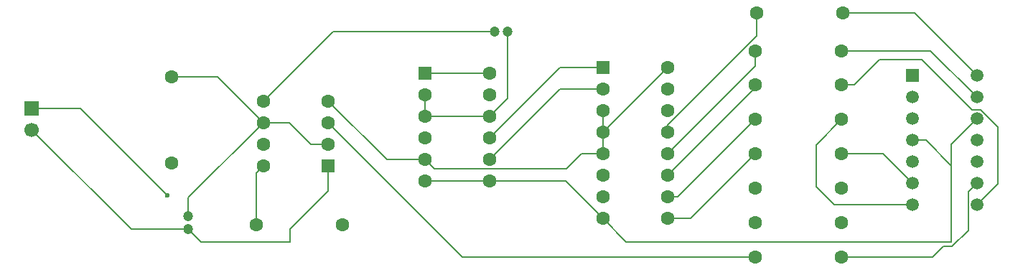
<source format=gbr>
%TF.GenerationSoftware,KiCad,Pcbnew,9.0.4*%
%TF.CreationDate,2025-09-01T19:52:21+09:00*%
%TF.ProjectId,HAM_Seminar,48414d5f-5365-46d6-996e-61722e6b6963,rev?*%
%TF.SameCoordinates,Original*%
%TF.FileFunction,Copper,L1,Top*%
%TF.FilePolarity,Positive*%
%FSLAX46Y46*%
G04 Gerber Fmt 4.6, Leading zero omitted, Abs format (unit mm)*
G04 Created by KiCad (PCBNEW 9.0.4) date 2025-09-01 19:52:21*
%MOMM*%
%LPD*%
G01*
G04 APERTURE LIST*
G04 Aperture macros list*
%AMRoundRect*
0 Rectangle with rounded corners*
0 $1 Rounding radius*
0 $2 $3 $4 $5 $6 $7 $8 $9 X,Y pos of 4 corners*
0 Add a 4 corners polygon primitive as box body*
4,1,4,$2,$3,$4,$5,$6,$7,$8,$9,$2,$3,0*
0 Add four circle primitives for the rounded corners*
1,1,$1+$1,$2,$3*
1,1,$1+$1,$4,$5*
1,1,$1+$1,$6,$7*
1,1,$1+$1,$8,$9*
0 Add four rect primitives between the rounded corners*
20,1,$1+$1,$2,$3,$4,$5,0*
20,1,$1+$1,$4,$5,$6,$7,0*
20,1,$1+$1,$6,$7,$8,$9,0*
20,1,$1+$1,$8,$9,$2,$3,0*%
G04 Aperture macros list end*
%TA.AperFunction,ComponentPad*%
%ADD10C,1.600000*%
%TD*%
%TA.AperFunction,ComponentPad*%
%ADD11RoundRect,0.250000X0.550000X0.550000X-0.550000X0.550000X-0.550000X-0.550000X0.550000X-0.550000X0*%
%TD*%
%TA.AperFunction,ComponentPad*%
%ADD12R,1.700000X1.700000*%
%TD*%
%TA.AperFunction,ComponentPad*%
%ADD13C,1.700000*%
%TD*%
%TA.AperFunction,ComponentPad*%
%ADD14C,1.200000*%
%TD*%
%TA.AperFunction,ComponentPad*%
%ADD15R,1.500000X1.500000*%
%TD*%
%TA.AperFunction,ComponentPad*%
%ADD16C,1.500000*%
%TD*%
%TA.AperFunction,ComponentPad*%
%ADD17RoundRect,0.250000X-0.550000X-0.550000X0.550000X-0.550000X0.550000X0.550000X-0.550000X0.550000X0*%
%TD*%
%TA.AperFunction,ViaPad*%
%ADD18C,0.600000*%
%TD*%
%TA.AperFunction,Conductor*%
%ADD19C,0.200000*%
%TD*%
G04 APERTURE END LIST*
D10*
%TO.P,R1,1*%
%TO.N,Net-(U3-a)*%
X202500000Y-79000000D03*
%TO.P,R1,2*%
%TO.N,Net-(U4-A)*%
X212660000Y-79000000D03*
%TD*%
D11*
%TO.P,U1,1,GND*%
%TO.N,GND*%
X152000000Y-97000000D03*
D10*
%TO.P,U1,2,TR*%
%TO.N,Net-(U1-THR)*%
X152000000Y-94460000D03*
%TO.P,U1,3,Q*%
%TO.N,Net-(U1-Q)*%
X152000000Y-91920000D03*
%TO.P,U1,4,R*%
%TO.N,VCC*%
X152000000Y-89380000D03*
%TO.P,U1,5,CV*%
%TO.N,Net-(U1-CV)*%
X144380000Y-89380000D03*
%TO.P,U1,6,THR*%
%TO.N,Net-(U1-THR)*%
X144380000Y-91920000D03*
%TO.P,U1,7,DIS*%
%TO.N,Net-(U1-DIS)*%
X144380000Y-94460000D03*
%TO.P,U1,8,VCC*%
%TO.N,VCC*%
X144380000Y-97000000D03*
%TD*%
%TO.P,R2,1*%
%TO.N,VCC*%
X143500000Y-104000000D03*
%TO.P,R2,2*%
%TO.N,Net-(U1-DIS)*%
X153660000Y-104000000D03*
%TD*%
D12*
%TO.P,J2,1,Pin_1*%
%TO.N,VCC*%
X117000000Y-90225000D03*
D13*
%TO.P,J2,2,Pin_2*%
%TO.N,GND*%
X117000000Y-92765000D03*
%TD*%
D14*
%TO.P,C2,1*%
%TO.N,Net-(U1-CV)*%
X171600000Y-81160000D03*
%TO.P,C2,2*%
%TO.N,GND*%
X173100000Y-81160000D03*
%TD*%
%TO.P,C1,1*%
%TO.N,Net-(U1-THR)*%
X135500000Y-103000000D03*
%TO.P,C1,2*%
%TO.N,GND*%
X135500000Y-104500000D03*
%TD*%
D15*
%TO.P,U4,1,F*%
%TO.N,Net-(U4-F)*%
X220880000Y-86380000D03*
D16*
%TO.P,U4,2,G*%
%TO.N,Net-(U4-G)*%
X220880000Y-88920000D03*
%TO.P,U4,3,NC*%
%TO.N,unconnected-(U4-NC-Pad3)*%
X220880000Y-91460000D03*
%TO.P,U4,4,CC*%
%TO.N,GND*%
X220880000Y-94000000D03*
%TO.P,U4,5,NC*%
%TO.N,unconnected-(U4-NC-Pad5)*%
X220880000Y-96540000D03*
%TO.P,U4,6,E*%
%TO.N,Net-(U4-E)*%
X220880000Y-99080000D03*
%TO.P,U4,7,D*%
%TO.N,Net-(U4-D)*%
X220880000Y-101620000D03*
%TO.P,U4,8,C*%
%TO.N,Net-(U4-C)*%
X228500000Y-101620000D03*
%TO.P,U4,9,D.P.*%
%TO.N,Net-(U4-D.P.)*%
X228500000Y-99080000D03*
%TO.P,U4,10,NC*%
%TO.N,unconnected-(U4-NC-Pad10)*%
X228500000Y-96540000D03*
%TO.P,U4,11,NC*%
%TO.N,unconnected-(U4-NC-Pad11)*%
X228500000Y-94000000D03*
%TO.P,U4,12,CC*%
%TO.N,GND*%
X228500000Y-91460000D03*
%TO.P,U4,13,B*%
%TO.N,Net-(U4-B)*%
X228500000Y-88920000D03*
%TO.P,U4,14,A*%
%TO.N,Net-(U4-A)*%
X228500000Y-86380000D03*
%TD*%
D17*
%TO.P,U3,1,B*%
%TO.N,Net-(U2-Q1)*%
X184380000Y-85460000D03*
D10*
%TO.P,U3,2,C*%
%TO.N,Net-(U2-Q2)*%
X184380000Y-88000000D03*
%TO.P,U3,3,LT*%
%TO.N,VCC*%
X184380000Y-90540000D03*
%TO.P,U3,4,BI*%
X184380000Y-93080000D03*
%TO.P,U3,5,RBI*%
X184380000Y-95620000D03*
%TO.P,U3,6,D*%
%TO.N,Net-(U2-Q3)*%
X184380000Y-98160000D03*
%TO.P,U3,7,A*%
%TO.N,Net-(U2-CP1..3)*%
X184380000Y-100700000D03*
%TO.P,U3,8,GND*%
%TO.N,GND*%
X184380000Y-103240000D03*
%TO.P,U3,9,e*%
%TO.N,Net-(U3-e)*%
X192000000Y-103240000D03*
%TO.P,U3,10,d*%
%TO.N,Net-(U3-d)*%
X192000000Y-100700000D03*
%TO.P,U3,11,c*%
%TO.N,Net-(U3-c)*%
X192000000Y-98160000D03*
%TO.P,U3,12,b*%
%TO.N,Net-(U3-b)*%
X192000000Y-95620000D03*
%TO.P,U3,13,a*%
%TO.N,Net-(U3-a)*%
X192000000Y-93080000D03*
%TO.P,U3,14,g*%
%TO.N,Net-(U3-g)*%
X192000000Y-90540000D03*
%TO.P,U3,15,f*%
%TO.N,Net-(U3-f)*%
X192000000Y-88000000D03*
%TO.P,U3,16,VCC*%
%TO.N,VCC*%
X192000000Y-85460000D03*
%TD*%
D17*
%TO.P,U2,1,CP1..3*%
%TO.N,Net-(U2-CP1..3)*%
X163380000Y-86120000D03*
D10*
%TO.P,U2,2,R0(1)*%
%TO.N,GND*%
X163380000Y-88660000D03*
%TO.P,U2,3,R0(2)*%
X163380000Y-91200000D03*
%TO.P,U2,4*%
%TO.N,N/C*%
X163380000Y-93740000D03*
%TO.P,U2,5,VCC*%
%TO.N,VCC*%
X163380000Y-96280000D03*
%TO.P,U2,6,R9(1)*%
%TO.N,GND*%
X163380000Y-98820000D03*
%TO.P,U2,7,R9(2)*%
X171000000Y-98820000D03*
%TO.P,U2,8,Q2*%
%TO.N,Net-(U2-Q2)*%
X171000000Y-96280000D03*
%TO.P,U2,9,Q1*%
%TO.N,Net-(U2-Q1)*%
X171000000Y-93740000D03*
%TO.P,U2,10,GND*%
%TO.N,GND*%
X171000000Y-91200000D03*
%TO.P,U2,11,Q3*%
%TO.N,Net-(U2-Q3)*%
X171000000Y-88660000D03*
%TO.P,U2,12,Q0*%
%TO.N,Net-(U2-CP1..3)*%
X171000000Y-86120000D03*
%TD*%
%TO.P,R10,1*%
%TO.N,Net-(U1-DIS)*%
X133500000Y-96660000D03*
%TO.P,R10,2*%
%TO.N,Net-(U1-THR)*%
X133500000Y-86500000D03*
%TD*%
%TO.P,R9,1*%
%TO.N,Net-(U1-Q)*%
X202340000Y-107750000D03*
%TO.P,R9,2*%
%TO.N,Net-(U4-D.P.)*%
X212500000Y-107750000D03*
%TD*%
%TO.P,R8,1*%
%TO.N,Net-(U3-g)*%
X202340000Y-103700000D03*
%TO.P,R8,2*%
%TO.N,Net-(U4-G)*%
X212500000Y-103700000D03*
%TD*%
%TO.P,R7,1*%
%TO.N,Net-(U3-f)*%
X202340000Y-99650000D03*
%TO.P,R7,2*%
%TO.N,Net-(U4-F)*%
X212500000Y-99650000D03*
%TD*%
%TO.P,R6,1*%
%TO.N,Net-(U3-e)*%
X202340000Y-95600000D03*
%TO.P,R6,2*%
%TO.N,Net-(U4-E)*%
X212500000Y-95600000D03*
%TD*%
%TO.P,R5,1*%
%TO.N,Net-(U3-d)*%
X202340000Y-91550000D03*
%TO.P,R5,2*%
%TO.N,Net-(U4-D)*%
X212500000Y-91550000D03*
%TD*%
%TO.P,R4,1*%
%TO.N,Net-(U3-c)*%
X202340000Y-87500000D03*
%TO.P,R4,2*%
%TO.N,Net-(U4-C)*%
X212500000Y-87500000D03*
%TD*%
%TO.P,R3,1*%
%TO.N,Net-(U3-b)*%
X202340000Y-83450000D03*
%TO.P,R3,2*%
%TO.N,Net-(U4-B)*%
X212500000Y-83450000D03*
%TD*%
D18*
%TO.N,VCC*%
X133000000Y-100500000D03*
%TD*%
D19*
%TO.N,Net-(U3-a)*%
X202500000Y-81732950D02*
X202500000Y-79000000D01*
X192000000Y-92232950D02*
X202500000Y-81732950D01*
X192000000Y-93080000D02*
X192000000Y-92232950D01*
%TO.N,Net-(U4-D)*%
X209500000Y-94550000D02*
X212500000Y-91550000D01*
X209500000Y-99500000D02*
X209500000Y-94550000D01*
X220880000Y-101620000D02*
X211620000Y-101620000D01*
X211620000Y-101620000D02*
X209500000Y-99500000D01*
%TO.N,VCC*%
X122725000Y-90225000D02*
X133000000Y-100500000D01*
X117000000Y-90225000D02*
X122725000Y-90225000D01*
%TO.N,Net-(U4-E)*%
X212500000Y-95600000D02*
X217400000Y-95600000D01*
X217400000Y-95600000D02*
X220880000Y-99080000D01*
%TO.N,Net-(U4-D.P.)*%
X223250000Y-107750000D02*
X212500000Y-107750000D01*
X224500000Y-106500000D02*
X223250000Y-107750000D01*
X225567100Y-106500000D02*
X224500000Y-106500000D01*
X227449000Y-104618100D02*
X225567100Y-106500000D01*
X227449000Y-100551000D02*
X227449000Y-104618100D01*
X227500000Y-100500000D02*
X227449000Y-100551000D01*
X227500000Y-100080000D02*
X227500000Y-100500000D01*
X228500000Y-99080000D02*
X227500000Y-100080000D01*
%TO.N,Net-(U4-C)*%
X231000000Y-99120000D02*
X228500000Y-101620000D01*
X231000000Y-92473661D02*
X231000000Y-99120000D01*
X228935339Y-90409000D02*
X231000000Y-92473661D01*
X227909000Y-90409000D02*
X228935339Y-90409000D01*
X222000000Y-84500000D02*
X227909000Y-90409000D01*
X217000000Y-84500000D02*
X222000000Y-84500000D01*
X214000000Y-87500000D02*
X217000000Y-84500000D01*
X212500000Y-87500000D02*
X214000000Y-87500000D01*
%TO.N,Net-(U4-A)*%
X221120000Y-79000000D02*
X228500000Y-86380000D01*
X212660000Y-79000000D02*
X221120000Y-79000000D01*
%TO.N,Net-(U4-B)*%
X223030000Y-83450000D02*
X228500000Y-88920000D01*
X212500000Y-83450000D02*
X223030000Y-83450000D01*
%TO.N,GND*%
X225500000Y-94460000D02*
X225500000Y-97000000D01*
X228500000Y-91460000D02*
X225500000Y-94460000D01*
X222500000Y-94000000D02*
X220880000Y-94000000D01*
X225500000Y-106000000D02*
X225500000Y-97000000D01*
X187140000Y-106000000D02*
X225500000Y-106000000D01*
X225500000Y-97000000D02*
X222500000Y-94000000D01*
X184380000Y-103240000D02*
X187140000Y-106000000D01*
%TO.N,Net-(U3-b)*%
X202340000Y-85280000D02*
X202340000Y-83450000D01*
X192000000Y-95620000D02*
X202340000Y-85280000D01*
%TO.N,Net-(U3-c)*%
X192000000Y-98160000D02*
X202340000Y-87820000D01*
X202340000Y-87820000D02*
X202340000Y-87500000D01*
%TO.N,Net-(U3-d)*%
X193190000Y-100700000D02*
X202340000Y-91550000D01*
X192000000Y-100700000D02*
X193190000Y-100700000D01*
%TO.N,Net-(U3-e)*%
X194700000Y-103240000D02*
X202340000Y-95600000D01*
X192000000Y-103240000D02*
X194700000Y-103240000D01*
%TO.N,GND*%
X171000000Y-98820000D02*
X179960000Y-98820000D01*
X179960000Y-98820000D02*
X184380000Y-103240000D01*
%TO.N,Net-(U1-Q)*%
X167830000Y-107750000D02*
X202340000Y-107750000D01*
X152000000Y-91920000D02*
X167830000Y-107750000D01*
%TO.N,VCC*%
X158900000Y-96280000D02*
X152000000Y-89380000D01*
X163380000Y-96280000D02*
X158900000Y-96280000D01*
%TO.N,GND*%
X173100000Y-89100000D02*
X171000000Y-91200000D01*
X173100000Y-81160000D02*
X173100000Y-89100000D01*
%TO.N,Net-(U2-Q2)*%
X179280000Y-88000000D02*
X171000000Y-96280000D01*
X184380000Y-88000000D02*
X179280000Y-88000000D01*
%TO.N,Net-(U2-Q1)*%
X179280000Y-85460000D02*
X171000000Y-93740000D01*
X184380000Y-85460000D02*
X179280000Y-85460000D01*
%TO.N,VCC*%
X192000000Y-85460000D02*
X184380000Y-93080000D01*
X184380000Y-95620000D02*
X184380000Y-90540000D01*
X181880000Y-95620000D02*
X184380000Y-95620000D01*
X164481000Y-97381000D02*
X180119000Y-97381000D01*
X180119000Y-97381000D02*
X181880000Y-95620000D01*
X163380000Y-96280000D02*
X164481000Y-97381000D01*
%TO.N,GND*%
X163380000Y-98820000D02*
X171000000Y-98820000D01*
X163380000Y-88660000D02*
X163380000Y-91200000D01*
X163380000Y-91200000D02*
X171000000Y-91200000D01*
%TO.N,Net-(U2-CP1..3)*%
X163380000Y-86120000D02*
X171000000Y-86120000D01*
%TO.N,Net-(U1-CV)*%
X152600000Y-81160000D02*
X144380000Y-89380000D01*
X171600000Y-81160000D02*
X152600000Y-81160000D01*
%TO.N,Net-(U1-THR)*%
X147420000Y-91920000D02*
X144380000Y-91920000D01*
X149960000Y-94460000D02*
X147420000Y-91920000D01*
X152000000Y-94460000D02*
X149960000Y-94460000D01*
X138960000Y-86500000D02*
X144380000Y-91920000D01*
X133500000Y-86500000D02*
X138960000Y-86500000D01*
X135500000Y-100800000D02*
X144380000Y-91920000D01*
X135500000Y-103000000D02*
X135500000Y-100800000D01*
%TO.N,VCC*%
X143500000Y-97880000D02*
X144380000Y-97000000D01*
X143500000Y-104000000D02*
X143500000Y-97880000D01*
%TO.N,GND*%
X152000000Y-100000000D02*
X152000000Y-97000000D01*
X147500000Y-104500000D02*
X152000000Y-100000000D01*
X137000000Y-106000000D02*
X147500000Y-106000000D01*
X135500000Y-104500000D02*
X137000000Y-106000000D01*
X147500000Y-106000000D02*
X147500000Y-104500000D01*
X128735000Y-104500000D02*
X117000000Y-92765000D01*
X135500000Y-104500000D02*
X128735000Y-104500000D01*
%TD*%
M02*

</source>
